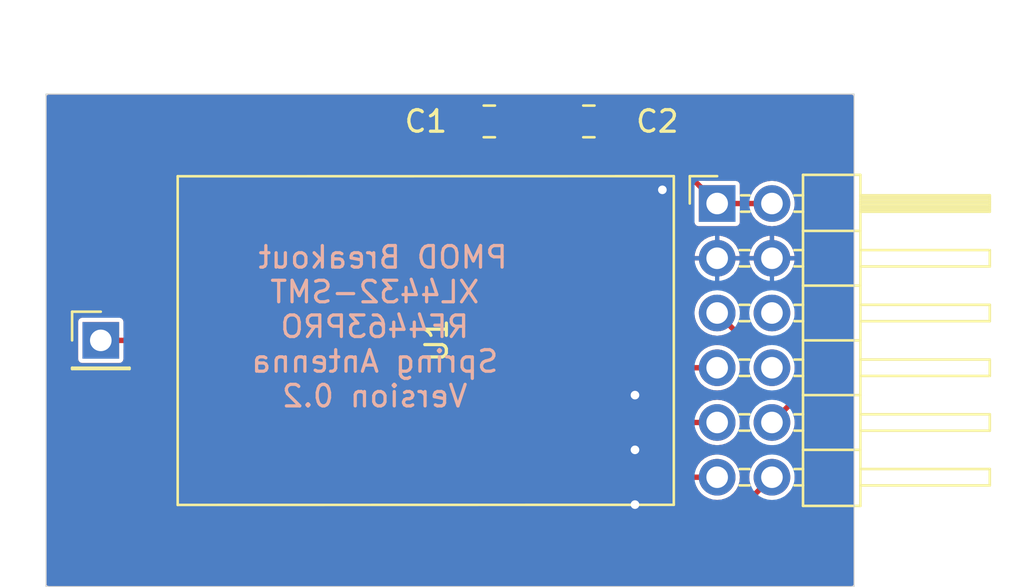
<source format=kicad_pcb>
(kicad_pcb (version 20221018) (generator pcbnew)
  (layers (0 "F.Cu" signal) (31 "B.Cu" signal) (34 "B.Paste" user) (35 "F.Paste" user) (36 "B.SilkS" user "B.Silkscreen") (37 "F.SilkS" user "F.Silkscreen") (38 "B.Mask" user) (39 "F.Mask" user) (44 "Edge.Cuts" user))
  (net 0 "")
  (net 1 "GND")
  (net 2 "nRESET")
  (net 3 "nCS")
  (net 4 "SCK")
  (net 5 "MOSI")
  (net 6 "MISO")
  (net 7 "VCC")
  (net 10 "Net-(J2-Pin_1)")
  (net 11 "IRQ")
  (footprint "Connector_PinHeader_2.54mm:PinHeader_2x06_P2.54mm_Horizontal" (layer "F.Cu") (at 149.86 43.18)
    (fp_text reference "J1" hide)
    (fp_text value "Conn_02x06_Odd_Even")
    (fp_line (start -1.27 -1.27) (end 0 -1.27) (stroke (width 0.12)) (layer "F.SilkS"))
    (fp_line (start -1.27 0) (end -1.27 -1.27) (stroke (width 0.12)) (layer "F.SilkS"))
    (fp_line (start 1.042929 2.16) (end 1.497071 2.16) (stroke (width 0.12)) (layer "F.SilkS"))
    (fp_line (start 1.042929 2.92) (end 1.497071 2.92) (stroke (width 0.12)) (layer "F.SilkS"))
    (fp_line (start 1.042929 4.7) (end 1.497071 4.7) (stroke (width 0.12)) (layer "F.SilkS"))
    (fp_line (start 1.042929 5.46) (end 1.497071 5.46) (stroke (width 0.12)) (layer "F.SilkS"))
    (fp_line (start 1.042929 7.24) (end 1.497071 7.24) (stroke (width 0.12)) (layer "F.SilkS"))
    (fp_line (start 1.042929 8) (end 1.497071 8) (stroke (width 0.12)) (layer "F.SilkS"))
    (fp_line (start 1.042929 9.78) (end 1.497071 9.78) (stroke (width 0.12)) (layer "F.SilkS"))
    (fp_line (start 1.042929 10.54) (end 1.497071 10.54) (stroke (width 0.12)) (layer "F.SilkS"))
    (fp_line (start 1.042929 12.32) (end 1.497071 12.32) (stroke (width 0.12)) (layer "F.SilkS"))
    (fp_line (start 1.042929 13.08) (end 1.497071 13.08) (stroke (width 0.12)) (layer "F.SilkS"))
    (fp_line (start 1.11 -0.38) (end 1.497071 -0.38) (stroke (width 0.12)) (layer "F.SilkS"))
    (fp_line (start 1.11 0.38) (end 1.497071 0.38) (stroke (width 0.12)) (layer "F.SilkS"))
    (fp_line (start 3.582929 -0.38) (end 3.98 -0.38) (stroke (width 0.12)) (layer "F.SilkS"))
    (fp_line (start 3.582929 0.38) (end 3.98 0.38) (stroke (width 0.12)) (layer "F.SilkS"))
    (fp_line (start 3.582929 2.16) (end 3.98 2.16) (stroke (width 0.12)) (layer "F.SilkS"))
    (fp_line (start 3.582929 2.92) (end 3.98 2.92) (stroke (width 0.12)) (layer "F.SilkS"))
    (fp_line (start 3.582929 4.7) (end 3.98 4.7) (stroke (width 0.12)) (layer "F.SilkS"))
    (fp_line (start 3.582929 5.46) (end 3.98 5.46) (stroke (width 0.12)) (layer "F.SilkS"))
    (fp_line (start 3.582929 7.24) (end 3.98 7.24) (stroke (width 0.12)) (layer "F.SilkS"))
    (fp_line (start 3.582929 8) (end 3.98 8) (stroke (width 0.12)) (layer "F.SilkS"))
    (fp_line (start 3.582929 9.78) (end 3.98 9.78) (stroke (width 0.12)) (layer "F.SilkS"))
    (fp_line (start 3.582929 10.54) (end 3.98 10.54) (stroke (width 0.12)) (layer "F.SilkS"))
    (fp_line (start 3.582929 12.32) (end 3.98 12.32) (stroke (width 0.12)) (layer "F.SilkS"))
    (fp_line (start 3.582929 13.08) (end 3.98 13.08) (stroke (width 0.12)) (layer "F.SilkS"))
    (fp_line (start 3.98 -1.33) (end 3.98 14.03) (stroke (width 0.12)) (layer "F.SilkS"))
    (fp_line (start 3.98 1.27) (end 6.64 1.27) (stroke (width 0.12)) (layer "F.SilkS"))
    (fp_line (start 3.98 3.81) (end 6.64 3.81) (stroke (width 0.12)) (layer "F.SilkS"))
    (fp_line (start 3.98 6.35) (end 6.64 6.35) (stroke (width 0.12)) (layer "F.SilkS"))
    (fp_line (start 3.98 8.89) (end 6.64 8.89) (stroke (width 0.12)) (layer "F.SilkS"))
    (fp_line (start 3.98 11.43) (end 6.64 11.43) (stroke (width 0.12)) (layer "F.SilkS"))
    (fp_line (start 3.98 14.03) (end 6.64 14.03) (stroke (width 0.12)) (layer "F.SilkS"))
    (fp_line (start 6.64 -1.33) (end 3.98 -1.33) (stroke (width 0.12)) (layer "F.SilkS"))
    (fp_line (start 6.64 -0.38) (end 12.64 -0.38) (stroke (width 0.12)) (layer "F.SilkS"))
    (fp_line (start 6.64 -0.32) (end 12.64 -0.32) (stroke (width 0.12)) (layer "F.SilkS"))
    (fp_line (start 6.64 -0.2) (end 12.64 -0.2) (stroke (width 0.12)) (layer "F.SilkS"))
    (fp_line (start 6.64 -0.08) (end 12.64 -0.08) (stroke (width 0.12)) (layer "F.SilkS"))
    (fp_line (start 6.64 0.04) (end 12.64 0.04) (stroke (width 0.12)) (layer "F.SilkS"))
    (fp_line (start 6.64 0.16) (end 12.64 0.16) (stroke (width 0.12)) (layer "F.SilkS"))
    (fp_line (start 6.64 0.28) (end 12.64 0.28) (stroke (width 0.12)) (layer "F.SilkS"))
    (fp_line (start 6.64 2.16) (end 12.64 2.16) (stroke (width 0.12)) (layer "F.SilkS"))
    (fp_line (start 6.64 4.7) (end 12.64 4.7) (stroke (width 0.12)) (layer "F.SilkS"))
    (fp_line (start 6.64 7.24) (end 12.64 7.24) (stroke (width 0.12)) (layer "F.SilkS"))
    (fp_line (start 6.64 9.78) (end 12.64 9.78) (stroke (width 0.12)) (layer "F.SilkS"))
    (fp_line (start 6.64 12.32) (end 12.64 12.32) (stroke (width 0.12)) (layer "F.SilkS"))
    (fp_line (start 6.64 14.03) (end 6.64 -1.33) (stroke (width 0.12)) (layer "F.SilkS"))
    (fp_line (start 12.64 -0.38) (end 12.64 0.38) (stroke (width 0.12)) (layer "F.SilkS"))
    (fp_line (start 12.64 0.38) (end 6.64 0.38) (stroke (width 0.12)) (layer "F.SilkS"))
    (fp_line (start 12.64 2.16) (end 12.64 2.92) (stroke (width 0.12)) (layer "F.SilkS"))
    (fp_line (start 12.64 2.92) (end 6.64 2.92) (stroke (width 0.12)) (layer "F.SilkS"))
    (fp_line (start 12.64 4.7) (end 12.64 5.46) (stroke (width 0.12)) (layer "F.SilkS"))
    (fp_line (start 12.64 5.46) (end 6.64 5.46) (stroke (width 0.12)) (layer "F.SilkS"))
    (fp_line (start 12.64 7.24) (end 12.64 8) (stroke (width 0.12)) (layer "F.SilkS"))
    (fp_line (start 12.64 8) (end 6.64 8) (stroke (width 0.12)) (layer "F.SilkS"))
    (fp_line (start 12.64 9.78) (end 12.64 10.54) (stroke (width 0.12)) (layer "F.SilkS"))
    (fp_line (start 12.64 10.54) (end 6.64 10.54) (stroke (width 0.12)) (layer "F.SilkS"))
    (fp_line (start 12.64 12.32) (end 12.64 13.08) (stroke (width 0.12)) (layer "F.SilkS"))
    (fp_line (start 12.64 13.08) (end 6.64 13.08) (stroke (width 0.12)) (layer "F.SilkS"))
    (pad "1" thru_hole rect (at 0 0) (size 1.7 1.7) (drill 1) (layers "*.Cu" "*.Mask") (net 7 "VCC"))
    (pad "2" thru_hole oval (at 2.54 0) (size 1.7 1.7) (drill 1) (layers "*.Cu" "*.Mask") (net 7 "VCC"))
    (pad "3" thru_hole oval (at 0 2.54) (size 1.7 1.7) (drill 1) (layers "*.Cu" "*.Mask") (net 1 "GND"))
    (pad "4" thru_hole oval (at 2.54 2.54) (size 1.7 1.7) (drill 1) (layers "*.Cu" "*.Mask") (net 1 "GND"))
    (pad "5" thru_hole oval (at 0 5.08) (size 1.7 1.7) (drill 1) (layers "*.Cu" "*.Mask") (net 4 "SCK"))
    (pad "6" thru_hole oval (at 2.54 5.08) (size 1.7 1.7) (drill 1) (layers "*.Cu" "*.Mask"))
    (pad "7" thru_hole oval (at 0 7.62) (size 1.7 1.7) (drill 1) (layers "*.Cu" "*.Mask") (net 6 "MISO"))
    (pad "8" thru_hole oval (at 2.54 7.62) (size 1.7 1.7) (drill 1) (layers "*.Cu" "*.Mask"))
    (pad "9" thru_hole oval (at 0 10.16) (size 1.7 1.7) (drill 1) (layers "*.Cu" "*.Mask") (net 5 "MOSI"))
    (pad "10" thru_hole oval (at 2.54 10.16) (size 1.7 1.7) (drill 1) (layers "*.Cu" "*.Mask") (net 2 "nRESET"))
    (pad "11" thru_hole oval (at 0 12.7) (size 1.7 1.7) (drill 1) (layers "*.Cu" "*.Mask") (net 3 "nCS"))
    (pad "12" thru_hole oval (at 2.54 12.7) (size 1.7 1.7) (drill 1) (layers "*.Cu" "*.Mask") (net 11 "IRQ"))
  )
  (footprint "AvS_Modules:RadioControlli-Spirit" (layer "F.Cu") (at 136.35 49.535 90)
    (fp_text reference "U1" (at 0 0.5 90) (layer "F.SilkS"))
    (fp_text value "RadioControlli_Spirit")
    (fp_line (start -7.63 -11.5) (end 7.62 -11.5) (stroke (width 0.12)) (layer "F.SilkS"))
    (fp_line (start -7.625 11.5) (end -7.63 -11.5) (stroke (width 0.12)) (layer "F.SilkS"))
    (fp_line (start -7.625 11.5) (end 7.625 11.5) (stroke (width 0.12)) (layer "F.SilkS"))
    (fp_line (start 7.62 -11.5) (end 7.625 11.5) (stroke (width 0.12)) (layer "F.SilkS"))
    (pad "1" smd rect (at -7.625 -0.46 90) (size 1.8 0.9) (layers "F.Cu" "F.Paste" "F.Mask") (net 6 "MISO"))
    (pad "2" smd rect (at -7.625 0.81 90) (size 1.8 0.9) (layers "F.Cu" "F.Paste" "F.Mask") (net 5 "MOSI"))
    (pad "3" smd rect (at -7.625 2.08 90) (size 1.8 0.9) (layers "F.Cu" "F.Paste" "F.Mask") (net 4 "SCK"))
    (pad "4" smd rect (at -7.625 3.35 90) (size 1.8 0.9) (layers "F.Cu" "F.Paste" "F.Mask") (net 3 "nCS"))
    (pad "5" smd rect (at -7.625 4.62 90) (size 1.8 0.9) (layers "F.Cu" "F.Paste" "F.Mask") (net 11 "IRQ"))
    (pad "6" smd rect (at -7.625 5.89 90) (size 1.8 0.9) (layers "F.Cu" "F.Paste" "F.Mask"))
    (pad "7" smd rect (at -7.625 7.16 90) (size 1.8 0.9) (layers "F.Cu" "F.Paste" "F.Mask"))
    (pad "8" smd rect (at -7.625 8.43 90) (size 1.8 0.9) (layers "F.Cu" "F.Paste" "F.Mask"))
    (pad "9" smd rect (at -7.625 9.7 90) (size 1.8 0.9) (layers "F.Cu" "F.Paste" "F.Mask") (net 1 "GND"))
    (pad "10" smd rect (at 7.625 9.7 90) (size 1.8 0.9) (layers "F.Cu" "F.Paste" "F.Mask") (net 2 "nRESET"))
    (pad "11" smd rect (at 7.625 8.43 90) (size 1.8 0.9) (layers "F.Cu" "F.Paste" "F.Mask") (net 1 "GND"))
    (pad "12" smd rect (at 7.625 7.16 90) (size 1.8 0.9) (layers "F.Cu" "F.Paste" "F.Mask") (net 1 "GND"))
    (pad "13" smd rect (at 7.625 5.89 90) (size 1.8 0.9) (layers "F.Cu" "F.Paste" "F.Mask") (net 7 "VCC"))
    (pad "14" smd rect (at 7.625 4.62 90) (size 1.8 0.9) (layers "F.Cu" "F.Paste" "F.Mask") (net 7 "VCC"))
    (pad "15" smd rect (at 7.625 3.35 90) (size 1.8 0.9) (layers "F.Cu" "F.Paste" "F.Mask") (net 1 "GND"))
    (pad "16" smd rect (at 7.625 2.08 90) (size 1.8 0.9) (layers "F.Cu" "F.Paste" "F.Mask") (net 1 "GND"))
    (pad "17" smd rect (at 7.625 0.81 90) (size 1.8 0.9) (layers "F.Cu" "F.Paste" "F.Mask") (net 1 "GND"))
    (pad "18" smd rect (at 7.625 -0.46 90) (size 1.8 0.9) (layers "F.Cu" "F.Paste" "F.Mask") (net 1 "GND"))
    (pad "19" smd rect (at 1.275 -11.89 90) (size 0.9 1.8) (layers "F.Cu" "F.Paste" "F.Mask") (net 1 "GND"))
    (pad "20" smd rect (at 0.005 -11.89 90) (size 0.9 1.8) (layers "F.Cu" "F.Paste" "F.Mask") (net 10 "Net-(J2-Pin_1)"))
    (pad "21" smd rect (at -1.265 -11.89 90) (size 0.9 1.8) (layers "F.Cu" "F.Paste" "F.Mask") (net 1 "GND"))
  )
  (footprint "Capacitor_SMD:C_0805_2012Metric_Pad1.18x1.45mm_HandSolder" (layer "F.Cu") (at 139.2975 39.37 180)
    (fp_text reference "C1" (at 2.9425 0) (layer "F.SilkS"))
    (fp_text value "C_Small")
    (fp_line (start -0.261252 -0.735) (end 0.261252 -0.735) (stroke (width 0.12)) (layer "F.SilkS"))
    (fp_line (start -0.261252 0.735) (end 0.261252 0.735) (stroke (width 0.12)) (layer "F.SilkS"))
    (pad "1" smd roundrect (at -1.0375 0 180) (size 1.175 1.45) (layers "F.Cu" "F.Paste" "F.Mask") (roundrect_rratio 0.2127659574) (net 7 "VCC"))
    (pad "2" smd roundrect (at 1.0375 0 180) (size 1.175 1.45) (layers "F.Cu" "F.Paste" "F.Mask") (roundrect_rratio 0.2127659574) (net 1 "GND"))
  )
  (footprint "Capacitor_SMD:C_0805_2012Metric_Pad1.18x1.45mm_HandSolder" (layer "F.Cu") (at 143.9125 39.37)
    (fp_text reference "C2" (at 3.175 0) (layer "F.SilkS"))
    (fp_text value "C_Small")
    (fp_line (start -0.261252 -0.735) (end 0.261252 -0.735) (stroke (width 0.12)) (layer "F.SilkS"))
    (fp_line (start -0.261252 0.735) (end 0.261252 0.735) (stroke (width 0.12)) (layer "F.SilkS"))
    (pad "1" smd roundrect (at -1.0375 0) (size 1.175 1.45) (layers "F.Cu" "F.Paste" "F.Mask") (roundrect_rratio 0.2127659574) (net 7 "VCC"))
    (pad "2" smd roundrect (at 1.0375 0) (size 1.175 1.45) (layers "F.Cu" "F.Paste" "F.Mask") (roundrect_rratio 0.2127659574) (net 1 "GND"))
  )
  (footprint "Connector_PinHeader_2.54mm:PinHeader_1x01_P2.54mm_Vertical" (layer "F.Cu") (at 121.285 49.53)
    (fp_text reference "J2" hide)
    (fp_text value "Conn_01x01")
    (fp_line (start -1.33 -1.33) (end 0 -1.33) (stroke (width 0.12)) (layer "F.SilkS"))
    (fp_line (start -1.33 0) (end -1.33 -1.33) (stroke (width 0.12)) (layer "F.SilkS"))
    (fp_line (start -1.33 1.27) (end -1.33 1.33) (stroke (width 0.12)) (layer "F.SilkS"))
    (fp_line (start -1.33 1.27) (end 1.33 1.27) (stroke (width 0.12)) (layer "F.SilkS"))
    (fp_line (start -1.33 1.33) (end 1.33 1.33) (stroke (width 0.12)) (layer "F.SilkS"))
    (fp_line (start 1.33 1.27) (end 1.33 1.33) (stroke (width 0.12)) (layer "F.SilkS"))
    (pad "1" thru_hole rect (at 0 0) (size 1.7 1.7) (drill 1) (layers "*.Cu" "*.Mask") (net 10 "Net-(J2-Pin_1)"))
  )
  (gr_rect (start 118.745 38.1) (end 156.21 60.96) (stroke (width 0.05)) (fill none) (layer "Edge.Cuts"))
  (gr_text "PMOD Breakout \nXL4432-SMT\nRF4463PRO\nSpring Antenna\nVersion 0.2" (at 133.985 48.895) (layer "B.SilkS") (effects (font (size 1 1)) (justify mirror)))
  (via (at 147.32 42.545) (size 0.8) (drill 0.4) (layers "F.Cu" "B.Cu") (net 1))
  (via (at 146.05 52.07) (size 0.8) (drill 0.4) (layers "F.Cu" "B.Cu") (net 1))
  (via (at 146.05 54.61) (size 0.8) (drill 0.4) (layers "F.Cu" "B.Cu") (net 1))
  (via (at 146.05 57.15) (size 0.8) (drill 0.4) (layers "F.Cu" "B.Cu") (net 1))
  (segment (start 152.886701 46.895) (end 149.13 46.895) (width 0.25) (layer "F.Cu") (net 2))
  (segment (start 153.575 52.165) (end 153.575 47.583299) (width 0.25) (layer "F.Cu") (net 2))
  (segment (start 146.05 43.815) (end 146.05 41.91) (width 0.25) (layer "F.Cu") (net 2))
  (segment (start 149.13 46.895) (end 146.05 43.815) (width 0.25) (layer "F.Cu") (net 2))
  (segment (start 152.4 53.34) (end 153.575 52.165) (width 0.25) (layer "F.Cu") (net 2))
  (segment (start 153.575 47.583299) (end 152.886701 46.895) (width 0.25) (layer "F.Cu") (net 2))
  (segment (start 139.83 55.88) (end 139.7 56.01) (width 0.25) (layer "F.Cu") (net 3))
  (segment (start 139.7 56.01) (end 139.7 57.16) (width 0.25) (layer "F.Cu") (net 3))
  (segment (start 149.86 55.88) (end 139.83 55.88) (width 0.25) (layer "F.Cu") (net 3))
  (segment (start 153.575 55.15) (end 152.94 54.515) (width 0.25) (layer "F.Cu") (net 4))
  (segment (start 138.43 58.31) (end 139.175 59.055) (width 0.25) (layer "F.Cu") (net 4))
  (segment (start 151.035 53.88) (end 151.035 49.435) (width 0.25) (layer "F.Cu") (net 4))
  (segment (start 151.67 54.515) (end 151.035 53.88) (width 0.25) (layer "F.Cu") (net 4))
  (segment (start 152.94 54.515) (end 151.67 54.515) (width 0.25) (layer "F.Cu") (net 4))
  (segment (start 138.43 57.16) (end 138.43 58.31) (width 0.25) (layer "F.Cu") (net 4))
  (segment (start 151.035 49.435) (end 149.86 48.26) (width 0.25) (layer "F.Cu") (net 4))
  (segment (start 150.886701 59.055) (end 153.575 56.366701) (width 0.25) (layer "F.Cu") (net 4))
  (segment (start 153.575 56.366701) (end 153.575 55.15) (width 0.25) (layer "F.Cu") (net 4))
  (segment (start 139.175 59.055) (end 150.886701 59.055) (width 0.25) (layer "F.Cu") (net 4))
  (segment (start 137.16 57.16) (end 137.16 56.01) (width 0.25) (layer "F.Cu") (net 5))
  (segment (start 137.16 56.01) (end 139.83 53.34) (width 0.25) (layer "F.Cu") (net 5))
  (segment (start 139.83 53.34) (end 149.86 53.34) (width 0.25) (layer "F.Cu") (net 5))
  (segment (start 141.1 50.8) (end 149.86 50.8) (width 0.25) (layer "F.Cu") (net 6))
  (segment (start 135.89 56.01) (end 141.1 50.8) (width 0.25) (layer "F.Cu") (net 6))
  (segment (start 135.89 57.16) (end 135.89 56.01) (width 0.25) (layer "F.Cu") (net 6))
  (segment (start 142.24 41.91) (end 142.24 40.005) (width 0.25) (layer "F.Cu") (net 7))
  (segment (start 140.97 40.005) (end 140.335 39.37) (width 0.25) (layer "F.Cu") (net 7))
  (segment (start 140.97 41.91) (end 140.97 40.005) (width 0.25) (layer "F.Cu") (net 7))
  (segment (start 149.86 43.18) (end 147.1 40.42) (width 0.25) (layer "F.Cu") (net 7))
  (segment (start 143.925 40.42) (end 142.875 39.37) (width 0.25) (layer "F.Cu") (net 7))
  (segment (start 152.4 43.18) (end 149.86 43.18) (width 0.25) (layer "F.Cu") (net 7))
  (segment (start 142.24 40.005) (end 142.875 39.37) (width 0.25) (layer "F.Cu") (net 7))
  (segment (start 142.875 39.37) (end 140.335 39.37) (width 0.25) (layer "F.Cu") (net 7))
  (segment (start 147.1 40.42) (end 143.925 40.42) (width 0.25) (layer "F.Cu") (net 7))
  (segment (start 124.46 49.53) (end 121.285 49.53) (width 0.25) (layer "F.Cu") (net 10))
  (segment (start 140.97 57.89) (end 141.465 58.385) (width 0.25) (layer "F.Cu") (net 11))
  (segment (start 149.895 58.385) (end 152.4 55.88) (width 0.25) (layer "F.Cu") (net 11))
  (segment (start 141.465 58.385) (end 149.895 58.385) (width 0.25) (layer "F.Cu") (net 11))
  (segment (start 140.97 57.16) (end 140.97 57.89) (width 0.25) (layer "F.Cu") (net 11))
  (zone (net 1) (net_name "GND") (layers "F&B.Cu") (connect_pads (clearance 0.2)) (min_thickness 0.2) (fill yes (thermal_gap 0.2) (thermal_bridge_width 0.2))
    (polygon (pts (xy 157.48 60.96) (xy 118.745 60.96) (xy 118.745 38.1) (xy 157.48 38.1)))
  )
)
</source>
